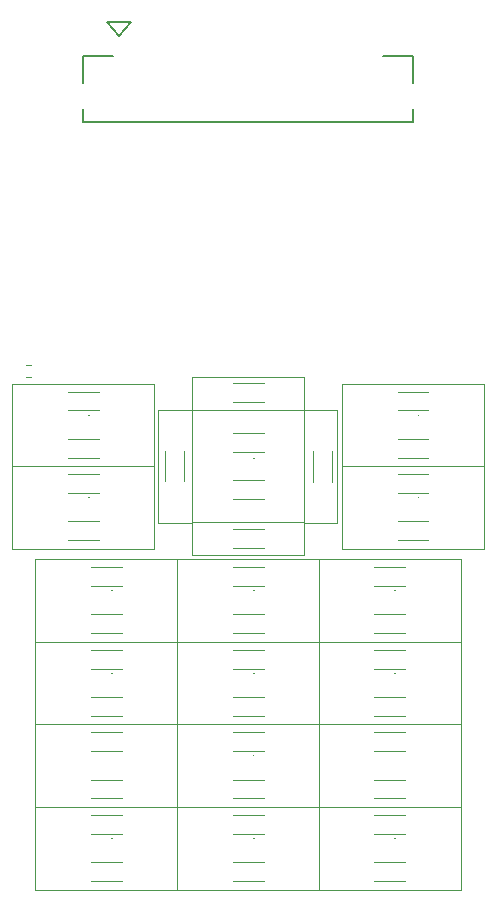
<source format=gto>
%TF.GenerationSoftware,KiCad,Pcbnew,9.0.2-9.0.2-0~ubuntu25.04.1*%
%TF.CreationDate,2025-05-27T06:32:49+10:00*%
%TF.ProjectId,front_board,66726f6e-745f-4626-9f61-72642e6b6963,rev?*%
%TF.SameCoordinates,Original*%
%TF.FileFunction,Legend,Top*%
%TF.FilePolarity,Positive*%
%FSLAX46Y46*%
G04 Gerber Fmt 4.6, Leading zero omitted, Abs format (unit mm)*
G04 Created by KiCad (PCBNEW 9.0.2-9.0.2-0~ubuntu25.04.1) date 2025-05-27 06:32:49*
%MOMM*%
%LPD*%
G01*
G04 APERTURE LIST*
%ADD10C,0.100000*%
%ADD11C,0.120000*%
%ADD12C,0.152400*%
G04 APERTURE END LIST*
D10*
X62250000Y-134450000D02*
X74250000Y-134450000D01*
X74250000Y-141450000D01*
X62250000Y-141450000D01*
X62250000Y-134450000D01*
X75500000Y-107850000D02*
X85000000Y-107850000D01*
X85000000Y-117350000D01*
X75500000Y-117350000D01*
X75500000Y-107850000D01*
X62250000Y-127450000D02*
X74250000Y-127450000D01*
X74250000Y-134450000D01*
X62250000Y-134450000D01*
X62250000Y-127450000D01*
X74250000Y-141450000D02*
X86250000Y-141450000D01*
X86250000Y-148450000D01*
X74250000Y-148450000D01*
X74250000Y-141450000D01*
X60300000Y-105600000D02*
X72300000Y-105600000D01*
X72300000Y-112600000D01*
X60300000Y-112600000D01*
X60300000Y-105600000D01*
X85000000Y-107825000D02*
X87800000Y-107825000D01*
X87800000Y-117375000D01*
X85000000Y-117375000D01*
X85000000Y-107825000D01*
X86250000Y-134450000D02*
X98250000Y-134450000D01*
X98250000Y-141450000D01*
X86250000Y-141450000D01*
X86250000Y-134450000D01*
X75475000Y-117350000D02*
X85025000Y-117350000D01*
X85025000Y-120150000D01*
X75475000Y-120150000D01*
X75475000Y-117350000D01*
X62250000Y-141450000D02*
X74250000Y-141450000D01*
X74250000Y-148450000D01*
X62250000Y-148450000D01*
X62250000Y-141450000D01*
X86250000Y-120450000D02*
X98250000Y-120450000D01*
X98250000Y-127450000D01*
X86250000Y-127450000D01*
X86250000Y-120450000D01*
X88200000Y-112600000D02*
X100200000Y-112600000D01*
X100200000Y-119600000D01*
X88200000Y-119600000D01*
X88200000Y-112600000D01*
X60300000Y-112600000D02*
X72300000Y-112600000D01*
X72300000Y-119600000D01*
X60300000Y-119600000D01*
X60300000Y-112600000D01*
X74250000Y-120450000D02*
X86250000Y-120450000D01*
X86250000Y-127450000D01*
X74250000Y-127450000D01*
X74250000Y-120450000D01*
X88200000Y-105600000D02*
X100200000Y-105600000D01*
X100200000Y-112600000D01*
X88200000Y-112600000D01*
X88200000Y-105600000D01*
X74250000Y-134450000D02*
X86250000Y-134450000D01*
X86250000Y-141450000D01*
X74250000Y-141450000D01*
X74250000Y-134450000D01*
X62250000Y-120450000D02*
X74250000Y-120450000D01*
X74250000Y-127450000D01*
X62250000Y-127450000D01*
X62250000Y-120450000D01*
X75475000Y-105050000D02*
X85025000Y-105050000D01*
X85025000Y-107850000D01*
X75475000Y-107850000D01*
X75475000Y-105050000D01*
X74250000Y-127450000D02*
X86250000Y-127450000D01*
X86250000Y-134450000D01*
X74250000Y-134450000D01*
X74250000Y-127450000D01*
X86250000Y-141450000D02*
X98250000Y-141450000D01*
X98250000Y-148450000D01*
X86250000Y-148450000D01*
X86250000Y-141450000D01*
X72650000Y-107825000D02*
X75500000Y-107825000D01*
X75500000Y-117375000D01*
X72650000Y-117375000D01*
X72650000Y-107825000D01*
X86250000Y-127450000D02*
X98250000Y-127450000D01*
X98250000Y-134450000D01*
X86250000Y-134450000D01*
X86250000Y-127450000D01*
%TO.C,LED9*%
X80787500Y-130130000D02*
G75*
G02*
X80687500Y-130130000I-50000J0D01*
G01*
X80687500Y-130130000D02*
G75*
G02*
X80787500Y-130130000I50000J0D01*
G01*
%TO.C,SW40*%
X65025000Y-117275000D02*
X67625000Y-117275000D01*
X65025000Y-118875000D02*
X67625000Y-118875000D01*
%TO.C,SW24*%
X90925000Y-125125000D02*
X93525000Y-125125000D01*
X90925000Y-126725000D02*
X93525000Y-126725000D01*
%TO.C,SW18*%
X90925000Y-132125000D02*
X93525000Y-132125000D01*
X90925000Y-133725000D02*
X93525000Y-133725000D01*
%TO.C,LED8*%
X80787500Y-123130000D02*
G75*
G02*
X80687500Y-123130000I-50000J0D01*
G01*
X80687500Y-123130000D02*
G75*
G02*
X80787500Y-123130000I50000J0D01*
G01*
%TO.C,SW6*%
X90925000Y-146125000D02*
X93525000Y-146125000D01*
X90925000Y-147725000D02*
X93525000Y-147725000D01*
%TO.C,SW4*%
X78975000Y-146125000D02*
X81575000Y-146125000D01*
X78975000Y-147725000D02*
X81575000Y-147725000D01*
%TO.C,SW41*%
X92925000Y-113275000D02*
X95525000Y-113275000D01*
X92925000Y-114875000D02*
X95525000Y-114875000D01*
%TO.C,SW39*%
X65025000Y-113275000D02*
X67625000Y-113275000D01*
X65025000Y-114875000D02*
X67625000Y-114875000D01*
%TO.C,SW15*%
X78975000Y-128125000D02*
X81575000Y-128125000D01*
X78975000Y-129725000D02*
X81575000Y-129725000D01*
D11*
%TO.C,R23*%
X61912258Y-104027500D02*
X61437742Y-104027500D01*
X61912258Y-105072500D02*
X61437742Y-105072500D01*
D10*
%TO.C,SW35*%
X65025000Y-106275000D02*
X67625000Y-106275000D01*
X65025000Y-107875000D02*
X67625000Y-107875000D01*
%TO.C,SW22*%
X78975000Y-125125000D02*
X81575000Y-125125000D01*
X78975000Y-126725000D02*
X81575000Y-126725000D01*
%TO.C,LED11*%
X80787500Y-144112500D02*
G75*
G02*
X80687500Y-144112500I-50000J0D01*
G01*
X80687500Y-144112500D02*
G75*
G02*
X80787500Y-144112500I50000J0D01*
G01*
%TO.C,SW19*%
X66975000Y-121125000D02*
X69575000Y-121125000D01*
X66975000Y-122725000D02*
X69575000Y-122725000D01*
%TO.C,SW1*%
X66975000Y-142125000D02*
X69575000Y-142125000D01*
X66975000Y-143725000D02*
X69575000Y-143725000D01*
%TO.C,LED14*%
X92737500Y-123130000D02*
G75*
G02*
X92637500Y-123130000I-50000J0D01*
G01*
X92637500Y-123130000D02*
G75*
G02*
X92737500Y-123130000I50000J0D01*
G01*
%TO.C,LED17*%
X92737500Y-144130000D02*
G75*
G02*
X92637500Y-144130000I-50000J0D01*
G01*
X92637500Y-144130000D02*
G75*
G02*
X92737500Y-144130000I50000J0D01*
G01*
%TO.C,SW8*%
X66975000Y-139125000D02*
X69575000Y-139125000D01*
X66975000Y-140725000D02*
X69575000Y-140725000D01*
%TO.C,LED16*%
X92737500Y-137130000D02*
G75*
G02*
X92637500Y-137130000I-50000J0D01*
G01*
X92637500Y-137130000D02*
G75*
G02*
X92737500Y-137130000I50000J0D01*
G01*
%TO.C,SW31*%
X78975000Y-117925000D02*
X81575000Y-117925000D01*
X78975000Y-119525000D02*
X81575000Y-119525000D01*
%TO.C,LED2*%
X66837500Y-115280000D02*
G75*
G02*
X66737500Y-115280000I-50000J0D01*
G01*
X66737500Y-115280000D02*
G75*
G02*
X66837500Y-115280000I50000J0D01*
G01*
%TO.C,LED1*%
X66837500Y-108280000D02*
G75*
G02*
X66737500Y-108280000I-50000J0D01*
G01*
X66737500Y-108280000D02*
G75*
G02*
X66837500Y-108280000I50000J0D01*
G01*
%TO.C,LED13*%
X94737500Y-115280000D02*
G75*
G02*
X94637500Y-115280000I-50000J0D01*
G01*
X94637500Y-115280000D02*
G75*
G02*
X94737500Y-115280000I50000J0D01*
G01*
%TO.C,SW9*%
X78975000Y-135125000D02*
X81575000Y-135125000D01*
X78975000Y-136725000D02*
X81575000Y-136725000D01*
%TO.C,SW5*%
X90925000Y-142125000D02*
X93525000Y-142125000D01*
X90925000Y-143725000D02*
X93525000Y-143725000D01*
%TO.C,SW36*%
X65025000Y-110275000D02*
X67625000Y-110275000D01*
X65025000Y-111875000D02*
X67625000Y-111875000D01*
%TO.C,SW16*%
X78975000Y-132125000D02*
X81575000Y-132125000D01*
X78975000Y-133725000D02*
X81575000Y-133725000D01*
%TO.C,SW23*%
X90925000Y-121125000D02*
X93525000Y-121125000D01*
X90925000Y-122725000D02*
X93525000Y-122725000D01*
%TO.C,SW42*%
X92925000Y-117275000D02*
X95525000Y-117275000D01*
X92925000Y-118875000D02*
X95525000Y-118875000D01*
%TO.C,SW37*%
X92925000Y-106275000D02*
X95525000Y-106275000D01*
X92925000Y-107875000D02*
X95525000Y-107875000D01*
%TO.C,LED15*%
X92737500Y-130130000D02*
G75*
G02*
X92637500Y-130130000I-50000J0D01*
G01*
X92637500Y-130130000D02*
G75*
G02*
X92737500Y-130130000I50000J0D01*
G01*
%TO.C,SW34*%
X78975000Y-113775000D02*
X81575000Y-113775000D01*
X78975000Y-115375000D02*
X81575000Y-115375000D01*
%TO.C,LED12*%
X94737500Y-108280000D02*
G75*
G02*
X94637500Y-108280000I-50000J0D01*
G01*
X94637500Y-108280000D02*
G75*
G02*
X94737500Y-108280000I50000J0D01*
G01*
D12*
%TO.C,J9*%
X66254600Y-77856000D02*
X66254600Y-80142000D01*
X66254600Y-82377200D02*
X66254600Y-83444000D01*
X66254600Y-83444000D02*
X94245400Y-83444000D01*
X68286600Y-75011200D02*
X69302600Y-76205000D01*
X68286600Y-75011200D02*
X70318600Y-75011200D01*
X68794600Y-77856000D02*
X66254600Y-77856000D01*
X70318600Y-75011200D02*
X69302600Y-76205000D01*
X94245400Y-77854400D02*
X94245400Y-80140400D01*
X94245400Y-77856000D02*
X91705400Y-77856000D01*
X94245400Y-82377200D02*
X94245400Y-83444000D01*
D10*
%TO.C,SW12*%
X90925000Y-139125000D02*
X93525000Y-139125000D01*
X90925000Y-140725000D02*
X93525000Y-140725000D01*
%TO.C,SW14*%
X66975000Y-132125000D02*
X69575000Y-132125000D01*
X66975000Y-133725000D02*
X69575000Y-133725000D01*
%TO.C,SW17*%
X90925000Y-128125000D02*
X93525000Y-128125000D01*
X90925000Y-129725000D02*
X93525000Y-129725000D01*
%TO.C,LED4*%
X68787500Y-130130000D02*
G75*
G02*
X68687500Y-130130000I-50000J0D01*
G01*
X68687500Y-130130000D02*
G75*
G02*
X68787500Y-130130000I50000J0D01*
G01*
%TO.C,SW20*%
X66975000Y-125125000D02*
X69575000Y-125125000D01*
X66975000Y-126725000D02*
X69575000Y-126725000D01*
%TO.C,SW38*%
X92925000Y-110275000D02*
X95525000Y-110275000D01*
X92925000Y-111875000D02*
X95525000Y-111875000D01*
%TO.C,SW29*%
X85775000Y-111325000D02*
X85775000Y-113925000D01*
X87375000Y-111325000D02*
X87375000Y-113925000D01*
%TO.C,LED7*%
X80787500Y-111912500D02*
G75*
G02*
X80687500Y-111912500I-50000J0D01*
G01*
X80687500Y-111912500D02*
G75*
G02*
X80787500Y-111912500I50000J0D01*
G01*
%TO.C,SW21*%
X78975000Y-121125000D02*
X81575000Y-121125000D01*
X78975000Y-122725000D02*
X81575000Y-122725000D01*
%TO.C,LED6*%
X68787500Y-144112500D02*
G75*
G02*
X68687500Y-144112500I-50000J0D01*
G01*
X68687500Y-144112500D02*
G75*
G02*
X68787500Y-144112500I50000J0D01*
G01*
%TO.C,SW10*%
X78975000Y-139125000D02*
X81575000Y-139125000D01*
X78975000Y-140725000D02*
X81575000Y-140725000D01*
%TO.C,SW13*%
X66975000Y-128125000D02*
X69575000Y-128125000D01*
X66975000Y-129725000D02*
X69575000Y-129725000D01*
%TO.C,SW3*%
X78975000Y-142125000D02*
X81575000Y-142125000D01*
X78975000Y-143725000D02*
X81575000Y-143725000D01*
%TO.C,LED5*%
X68787500Y-137130000D02*
G75*
G02*
X68687500Y-137130000I-50000J0D01*
G01*
X68687500Y-137130000D02*
G75*
G02*
X68787500Y-137130000I50000J0D01*
G01*
%TO.C,SW27*%
X78975000Y-105575000D02*
X81575000Y-105575000D01*
X78975000Y-107175000D02*
X81575000Y-107175000D01*
%TO.C,SW2*%
X66975000Y-146125000D02*
X69575000Y-146125000D01*
X66975000Y-147725000D02*
X69575000Y-147725000D01*
%TO.C,SW7*%
X66975000Y-135125000D02*
X69575000Y-135125000D01*
X66975000Y-136725000D02*
X69575000Y-136725000D01*
%TO.C,SW11*%
X90925000Y-135125000D02*
X93525000Y-135125000D01*
X90925000Y-136725000D02*
X93525000Y-136725000D01*
%TO.C,SW25*%
X73225000Y-113875000D02*
X73225000Y-111275000D01*
X74825000Y-113875000D02*
X74825000Y-111275000D01*
%TO.C,LED10*%
X80787500Y-137130000D02*
G75*
G02*
X80687500Y-137130000I-50000J0D01*
G01*
X80687500Y-137130000D02*
G75*
G02*
X80787500Y-137130000I50000J0D01*
G01*
%TO.C,SW33*%
X78975000Y-109775000D02*
X81575000Y-109775000D01*
X78975000Y-111375000D02*
X81575000Y-111375000D01*
%TO.C,LED3*%
X68787500Y-123130000D02*
G75*
G02*
X68687500Y-123130000I-50000J0D01*
G01*
X68687500Y-123130000D02*
G75*
G02*
X68787500Y-123130000I50000J0D01*
G01*
%TD*%
M02*

</source>
